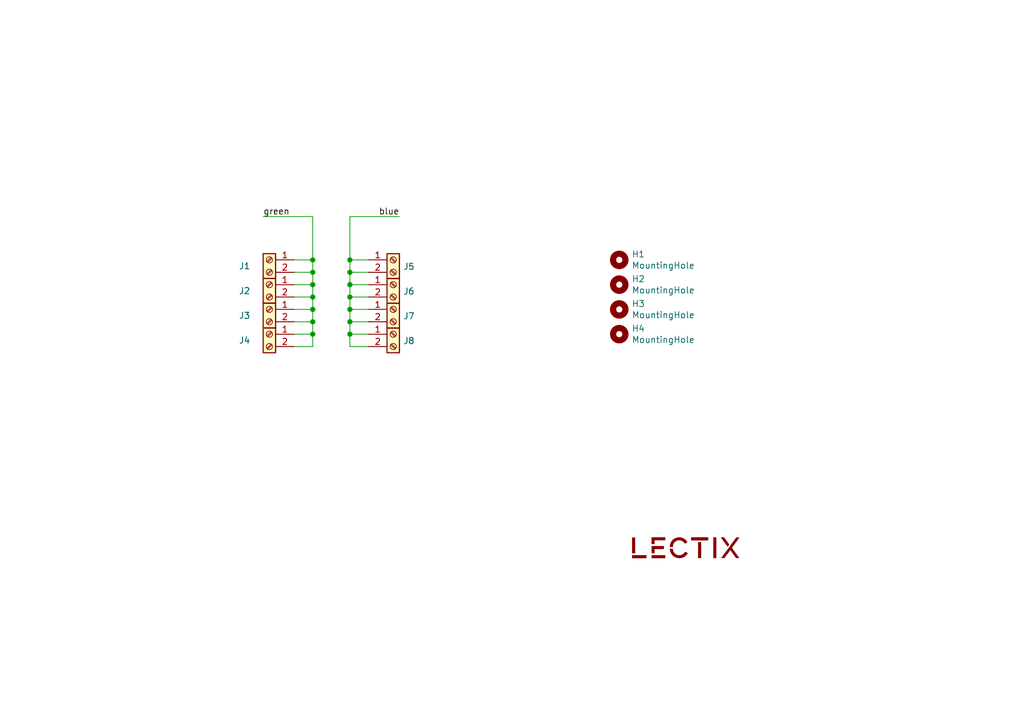
<source format=kicad_sch>
(kicad_sch (version 20211123) (generator eeschema)
  (paper "A5")
  (title_block (title "LEC030001 - Bornier de distribution sécable – 2 x 8 plots") (date "2023-04-19") (rev "1.0") (company "LECTIX"))
  (lib_symbols
    (symbol "0_connectors:Screw_Terminal_01x02_blue" (pin_names (offset 1.016) hide)
      (property "Reference" "J" (at 0 2.54 0))
      (symbol "Screw_Terminal_01x02_blue_1_1"
        (rectangle (start -1.27 1.27) (end 1.27 -3.81) (stroke (width 0.254)) (fill (type background)))
        (circle (center 0 -2.54) (radius 0.635) (stroke (width 0.1524)))
        (polyline (pts (xy -0.5334 -2.2098) (xy 0.3302 -3.048)) (stroke (width 0.1524)))
        (polyline (pts (xy -0.5334 0.3302) (xy 0.3302 -0.508)) (stroke (width 0.1524)))
        (polyline (pts (xy -0.3556 -2.032) (xy 0.508 -2.8702)) (stroke (width 0.1524)))
        (polyline (pts (xy -0.3556 0.508) (xy 0.508 -0.3302)) (stroke (width 0.1524)))
        (circle (center 0 0) (radius 0.635) (stroke (width 0.1524)))
        (pin passive line (at -5.08 0 0) (length 3.81) (name "Pin_1") (number "1"))
        (pin passive line (at -5.08 -2.54 0) (length 3.81) (name "Pin_2") (number "2"))
      )
    )
    (symbol "0_connectors:Screw_Terminal_01x02_green" (pin_names (offset 1.016) hide)
      (property "Reference" "J" (at 0 2.54 0))
      (symbol "Screw_Terminal_01x02_green_1_1"
        (rectangle (start -1.27 1.27) (end 1.27 -3.81) (stroke (width 0.254)) (fill (type background)))
        (circle (center 0 -2.54) (radius 0.635) (stroke (width 0.1524)))
        (polyline (pts (xy -0.5334 -2.2098) (xy 0.3302 -3.048)) (stroke (width 0.1524)))
        (polyline (pts (xy -0.5334 0.3302) (xy 0.3302 -0.508)) (stroke (width 0.1524)))
        (polyline (pts (xy -0.3556 -2.032) (xy 0.508 -2.8702)) (stroke (width 0.1524)))
        (polyline (pts (xy -0.3556 0.508) (xy 0.508 -0.3302)) (stroke (width 0.1524)))
        (circle (center 0 0) (radius 0.635) (stroke (width 0.1524)))
        (pin passive line (at -5.08 0 0) (length 3.81) (name "Pin_1") (number "1"))
        (pin passive line (at -5.08 -2.54 0) (length 3.81) (name "Pin_2") (number "2"))
      )
    )
    (symbol "0_logos:logo_lectix_25mm" (pin_names (offset 1.016))
      (symbol "logo_lectix_25mm_0_0"
        (polyline (pts (xy -10.1092 2.0574) (xy -10.668 2.0574) (xy -10.668 -1.1176) (xy -10.1092 -1.1176) (xy -10.1092 2.0574)) (stroke (width 0.0254)) (fill (type outline)))
        (polyline (pts (xy -7.7978 -1.5748) (xy -10.668 -1.5748) (xy -10.668 -2.1336) (xy -7.7978 -2.1336) (xy -7.7978 -1.5748)) (stroke (width 0.0254)) (fill (type outline)))
        (polyline (pts (xy -3.937 -1.5748) (xy -6.6548 -1.5748) (xy -6.6548 -2.1336) (xy -3.937 -2.1336) (xy -3.937 -1.5748)) (stroke (width 0.0254)) (fill (type outline)))
        (polyline (pts (xy 3.429 1.0922) (xy 2.8702 1.0922) (xy 2.8702 -2.1082) (xy 3.429 -2.1082) (xy 3.429 1.0922)) (stroke (width 0.0254)) (fill (type outline)))
        (polyline (pts (xy 4.8768 2.0828) (xy 1.4478 2.0828) (xy 1.4478 1.524) (xy 4.8768 1.524) (xy 4.8768 2.0828)) (stroke (width 0.0254)) (fill (type outline)))
        (polyline (pts (xy 6.5278 2.0828) (xy 5.9944 2.0828) (xy 5.9944 -2.1082) (xy 6.5278 -2.1082) (xy 6.5278 2.0828)) (stroke (width 0.0254)) (fill (type outline)))
        (polyline (pts (xy -6.1214 -0.254) (xy -4.2164 -0.254) (xy -4.2164 0.3048) (xy -6.6548 0.3048) (xy -6.6548 -1.1176) (xy -6.1214 -1.1176) (xy -6.1214 -0.254)) (stroke (width 0.0254)) (fill (type outline)))
        (polyline (pts (xy -6.1214 1.5494) (xy -3.937 1.5494) (xy -3.937 2.0828) (xy -6.6802 2.0828) (xy -6.6802 0.762) (xy -6.1214 0.762) (xy -6.1214 1.5494)) (stroke (width 0.0254)) (fill (type outline)))
        (polyline (pts (xy 8.9916 0.381) (xy 9.017 0.4318) (xy 9.0424 0.4572) (xy 9.0678 0.508) (xy 9.0932 0.5334) (xy 9.1186 0.5842) (xy 9.144 0.6096) (xy 9.144 0.635) (xy 9.1694 0.635) (xy 9.1694 0.6604) (xy 9.1186 0.7112) (xy 9.0678 0.8128) (xy 9.017 0.8636) (xy 8.9916 0.9144) (xy 8.9408 0.9906) (xy 8.89 1.0414) (xy 8.8392 1.1176) (xy 8.763 1.1938) (xy 8.7122 1.2954) (xy 8.6614 1.3716) (xy 8.128 2.0828) (xy 7.5692 2.0828) (xy 7.5692 2.0574) (xy 7.5946 2.0574) (xy 7.5946 2.032) (xy 7.6454 1.9812) (xy 7.6708 1.9304) (xy 7.7216 1.8796) (xy 7.747 1.8034) (xy 7.7978 1.7526) (xy 7.8994 1.6002) (xy 7.9756 1.524) (xy 8.0264 1.4478) (xy 8.1026 1.3462) (xy 8.1534 1.2446) (xy 8.2296 1.1684) (xy 8.255 1.1176) (xy 8.3312 1.0414) (xy 8.382 0.9398) (xy 8.4582 0.8636) (xy 8.509 0.762) (xy 8.5598 0.6858) (xy 8.6868 0.5588) (xy 8.7122 0.4826) (xy 8.763 0.4318) (xy 8.7884 0.381) (xy 8.8392 0.3556) (xy 8.8646 0.3048) (xy 8.8646 0.2794) (xy 8.89 0.2794) (xy 8.9916 0.381)) (stroke (width 0.0254)) (fill (type outline)))
        (polyline (pts (xy -2.3622 0.2794) (xy -2.3368 0.381) (xy -2.3368 0.508) (xy -2.3114 0.6096) (xy -2.286 0.6858) (xy -2.2352 0.8128) (xy -2.1844 0.9144) (xy -2.032 1.1176) (xy -1.9304 1.1938) (xy -1.8542 1.2954) (xy -1.7526 1.3462) (xy -1.6256 1.4224) (xy -1.524 1.4732) (xy -1.397 1.524) (xy -1.27 1.5494) (xy -0.8636 1.5494) (xy -0.762 1.524) (xy -0.635 1.4986) (xy -0.5334 1.4478) (xy -0.4064 1.397) (xy -0.3048 1.3462) (xy -0.2032 1.27) (xy -0.0508 1.1176) (xy 0.0508 0.9652) (xy 0.1016 0.9144) (xy 0.1016 0.889) (xy 0.127 0.8636) (xy 0.1778 0.8636) (xy 0.2286 0.9144) (xy 0.2794 0.9398) (xy 0.3048 0.9652) (xy 0.4064 1.016) (xy 0.4318 1.0414) (xy 0.4826 1.0668) (xy 0.5334 1.1176) (xy 0.5588 1.1176) (xy 0.5842 1.143) (xy 0.5842 1.1684) (xy 0.5588 1.1938) (xy 0.5588 1.2192) (xy 0.5334 1.2192) (xy 0.4572 1.3462) (xy 0.3556 1.4478) (xy 0.254 1.5748) (xy 0.1524 1.6764) (xy -0.2286 1.905) (xy -0.5334 2.0066) (xy -0.6604 2.0574) (xy -0.8128 2.0828) (xy -1.27 2.0828) (xy -1.3208 2.0574) (xy -1.4478 2.032) (xy -1.6002 2.0066) (xy -1.7272 1.9558) (xy -1.8034 1.9304) (xy -1.9558 1.8542) (xy -2.0828 1.778) (xy -2.1844 1.7018) (xy -2.3114 1.6002) (xy -2.413 1.4986) (xy -2.5146 1.3716) (xy -2.5908 1.27) (xy -2.7432 1.016) (xy -2.794 0.8636) (xy -2.8448 0.7366) (xy -2.8702 0.5842) (xy -2.8956 0.4572) (xy -2.8956 0.3048) (xy -2.921 0.1778) (xy -2.3622 0.1778) (xy -2.3622 0.2794)) (stroke (width 0.0254)) (fill (type outline)))
        (polyline (pts (xy -0.8636 -2.1082) (xy -0.6604 -2.1082) (xy -0.6096 -2.0828) (xy -0.4826 -2.0574) (xy -0.1778 -1.9558) (xy 0.0762 -1.8034) (xy 0.2032 -1.7018) (xy 0.3048 -1.6002) (xy 0.4318 -1.4986) (xy 0.5334 -1.3716) (xy 0.6096 -1.2446) (xy 0.635 -1.1938) (xy 0.6858 -1.143) (xy 0.6604 -1.1176) (xy 0.635 -1.1176) (xy 0.6096 -1.0922) (xy 0.5842 -1.0922) (xy 0.5588 -1.0668) (xy 0.3556 -0.9652) (xy 0.3302 -0.9398) (xy 0.2794 -0.9398) (xy 0.254 -0.9144) (xy 0.2032 -0.889) (xy 0.1778 -0.889) (xy 0.1778 -0.8636) (xy 0.1524 -0.889) (xy 0.1524 -0.9144) (xy 0.127 -0.9652) (xy -0.0254 -1.1684) (xy -0.3302 -1.397) (xy -0.4318 -1.4478) (xy -0.6858 -1.5494) (xy -0.7874 -1.5748) (xy -0.8382 -1.5748) (xy -0.9144 -1.6002) (xy -1.1684 -1.6002) (xy -1.27 -1.5748) (xy -1.397 -1.5494) (xy -1.651 -1.4478) (xy -1.7526 -1.3716) (xy -1.8542 -1.3208) (xy -1.8542 -1.2954) (xy -1.9558 -1.2192) (xy -2.0574 -1.1176) (xy -2.1336 -1.016) (xy -2.1844 -0.9144) (xy -2.2606 -0.8128) (xy -2.286 -0.6858) (xy -2.3368 -0.5588) (xy -2.3622 -0.4572) (xy -2.3622 -0.254) (xy -2.921 -0.254) (xy -2.921 -0.4318) (xy -2.8956 -0.4572) (xy -2.8956 -0.6096) (xy -2.8448 -0.762) (xy -2.794 -0.889) (xy -2.7432 -1.0414) (xy -2.5908 -1.2954) (xy -2.3876 -1.5494) (xy -2.3368 -1.5748) (xy -2.286 -1.651) (xy -2.2098 -1.7018) (xy -2.159 -1.7526) (xy -2.0828 -1.8034) (xy -2.0574 -1.8034) (xy -1.8034 -1.9558) (xy -1.651 -2.0066) (xy -1.524 -2.0574) (xy -1.3716 -2.0828) (xy -1.2446 -2.1082) (xy -1.1938 -2.1082) (xy -1.1684 -2.1336) (xy -0.9144 -2.1336) (xy -0.8636 -2.1082)) (stroke (width 0.0254)) (fill (type outline)))
        (polyline (pts (xy 11.2014 -2.0574) (xy 11.1506 -2.0066) (xy 11.1252 -1.9558) (xy 11.0236 -1.8542) (xy 10.8204 -1.5494) (xy 10.7442 -1.4478) (xy 10.6934 -1.3716) (xy 10.4648 -1.0668) (xy 10.4394 -1.016) (xy 10.287 -0.8128) (xy 10.2362 -0.7366) (xy 10.16 -0.635) (xy 10.1092 -0.5588) (xy 10.033 -0.4826) (xy 9.8806 -0.254) (xy 9.8552 -0.2032) (xy 9.8044 -0.1524) (xy 9.779 -0.1016) (xy 9.7536 -0.0762) (xy 9.7536 -0.0508) (xy 9.7282 -0.0508) (xy 9.7282 -0.0254) (xy 9.779 0.0254) (xy 9.8044 0.0762) (xy 9.8298 0.1016) (xy 9.8806 0.1778) (xy 9.906 0.2286) (xy 9.9568 0.3048) (xy 10.033 0.381) (xy 10.1346 0.5334) (xy 10.2108 0.6096) (xy 10.2616 0.7112) (xy 10.4902 1.016) (xy 11.2522 2.0574) (xy 10.668 2.0574) (xy 10.668 2.032) (xy 10.6426 2.0066) (xy 10.5918 1.905) (xy 10.4902 1.8034) (xy 10.3886 1.651) (xy 10.3124 1.5748) (xy 10.2616 1.4732) (xy 10.033 1.1684) (xy 9.9314 1.0414) (xy 9.8552 0.9398) (xy 9.7536 0.8128) (xy 9.6774 0.6858) (xy 9.5758 0.5334) (xy 9.4742 0.4064) (xy 9.3726 0.254) (xy 9.271 0.127) (xy 9.1694 -0.0254) (xy 7.6454 -2.0828) (xy 8.2296 -2.0828) (xy 8.255 -2.0574) (xy 8.255 -2.032) (xy 8.3058 -1.9812) (xy 8.3312 -1.9304) (xy 8.382 -1.8796) (xy 8.4074 -1.8288) (xy 8.5598 -1.6002) (xy 8.636 -1.524) (xy 8.6868 -1.4478) (xy 8.763 -1.3462) (xy 8.8392 -1.27) (xy 8.89 -1.1938) (xy 8.9408 -1.0922) (xy 9.017 -1.016) (xy 9.2202 -0.7112) (xy 9.3218 -0.6096) (xy 9.3726 -0.508) (xy 9.4234 -0.4572) (xy 9.4234 -0.4318) (xy 9.4488 -0.4318) (xy 9.4488 -0.4572) (xy 9.525 -0.5334) (xy 9.5504 -0.5842) (xy 9.6012 -0.635) (xy 9.6266 -0.7112) (xy 9.6774 -0.762) (xy 9.779 -0.9144) (xy 9.8552 -0.9906) (xy 9.906 -1.0922) (xy 9.9822 -1.1684) (xy 10.033 -1.27) (xy 10.6426 -2.1082) (xy 11.2014 -2.1082) (xy 11.2014 -2.0574)) (stroke (width 0.0254)) (fill (type outline)))
      )
    )
    (symbol "Mechanical:MountingHole" (pin_names (offset 1.016))
      (property "Reference" "H" (at 0 5.08 0))
      (property "Value" "MountingHole" (at 0 3.175 0))
      (symbol "MountingHole_0_1"
        (circle (center 0 0) (radius 1.27) (stroke (width 1.27)))
      )
    )
    (symbol "Screw_Terminal_01x02_blue_1" (pin_names (offset 1.016) hide)
      (property "Reference" "J" (at 0 2.54 0))
      (symbol "Screw_Terminal_01x02_blue_1_1_1"
        (rectangle (start -1.27 1.27) (end 1.27 -3.81) (stroke (width 0.254)) (fill (type background)))
        (circle (center 0 -2.54) (radius 0.635) (stroke (width 0.1524)))
        (polyline (pts (xy -0.5334 -2.2098) (xy 0.3302 -3.048)) (stroke (width 0.1524)))
        (polyline (pts (xy -0.5334 0.3302) (xy 0.3302 -0.508)) (stroke (width 0.1524)))
        (polyline (pts (xy -0.3556 -2.032) (xy 0.508 -2.8702)) (stroke (width 0.1524)))
        (polyline (pts (xy -0.3556 0.508) (xy 0.508 -0.3302)) (stroke (width 0.1524)))
        (circle (center 0 0) (radius 0.635) (stroke (width 0.1524)))
        (pin passive line (at -5.08 0 0) (length 3.81) (name "Pin_1") (number "1"))
        (pin passive line (at -5.08 -2.54 0) (length 3.81) (name "Pin_2") (number "2"))
      )
    )
  )
  (junction (at 64.135 66.04))
  (junction (at 64.135 63.5))
  (junction (at 71.755 53.34))
  (junction (at 71.755 63.5))
  (junction (at 71.755 66.04))
  (junction (at 71.755 60.96))
  (junction (at 71.755 55.88))
  (junction (at 71.755 58.42))
  (junction (at 64.135 55.88))
  (junction (at 64.135 68.58))
  (junction (at 64.135 58.42))
  (junction (at 64.135 60.96))
  (junction (at 64.135 53.34))
  (junction (at 71.755 68.58))
  (wire (pts (xy 60.325 68.58) (xy 64.135 68.58)))
  (wire (pts (xy 75.565 60.96) (xy 71.755 60.96)))
  (wire (pts (xy 60.325 60.96) (xy 64.135 60.96)))
  (wire (pts (xy 64.135 44.45) (xy 64.135 53.34)))
  (wire (pts (xy 60.325 55.88) (xy 64.135 55.88)))
  (wire (pts (xy 64.135 66.04) (xy 64.135 68.58)))
  (wire (pts (xy 75.565 68.58) (xy 71.755 68.58)))
  (wire (pts (xy 60.325 58.42) (xy 64.135 58.42)))
  (wire (pts (xy 75.565 53.34) (xy 71.755 53.34)))
  (wire (pts (xy 75.565 71.12) (xy 71.755 71.12)))
  (wire (pts (xy 71.755 68.58) (xy 71.755 66.04)))
  (wire (pts (xy 60.325 63.5) (xy 64.135 63.5)))
  (wire (pts (xy 64.135 55.88) (xy 64.135 58.42)))
  (wire (pts (xy 71.755 58.42) (xy 71.755 55.88)))
  (wire (pts (xy 71.755 63.5) (xy 71.755 60.96)))
  (wire (pts (xy 53.975 44.45) (xy 64.135 44.45)))
  (wire (pts (xy 64.135 58.42) (xy 64.135 60.96)))
  (wire (pts (xy 60.325 53.34) (xy 64.135 53.34)))
  (wire (pts (xy 64.135 63.5) (xy 64.135 66.04)))
  (wire (pts (xy 64.135 60.96) (xy 64.135 63.5)))
  (wire (pts (xy 71.755 44.45) (xy 81.915 44.45)))
  (wire (pts (xy 64.135 68.58) (xy 64.135 71.12)))
  (wire (pts (xy 71.755 53.34) (xy 71.755 44.45)))
  (wire (pts (xy 75.565 63.5) (xy 71.755 63.5)))
  (wire (pts (xy 71.755 71.12) (xy 71.755 68.58)))
  (wire (pts (xy 64.135 71.12) (xy 60.325 71.12)))
  (wire (pts (xy 75.565 58.42) (xy 71.755 58.42)))
  (wire (pts (xy 75.565 66.04) (xy 71.755 66.04)))
  (wire (pts (xy 71.755 55.88) (xy 71.755 53.34)))
  (wire (pts (xy 64.135 53.34) (xy 64.135 55.88)))
  (wire (pts (xy 71.755 66.04) (xy 71.755 63.5)))
  (wire (pts (xy 75.565 55.88) (xy 71.755 55.88)))
  (wire (pts (xy 60.325 66.04) (xy 64.135 66.04)))
  (wire (pts (xy 71.755 60.96) (xy 71.755 58.42)))
  (label "blue" (at 81.915 44.45 180))
  (label "green" (at 53.975 44.45 0))
  (symbol (lib_id "0_logos:logo_lectix_25mm") (at 140.335 112.395 0) (unit 1)
    (property "Reference" "LOGO1" (effects hide))
    (property "Value" "logo_lectix_25mm" (effects hide))
    (property "Footprint" "0_logos:Logo_10mm" (effects hide))
  )
  (symbol (lib_name "Screw_Terminal_01x02_blue_1") (lib_id "0_connectors:Screw_Terminal_01x02_blue") (at 80.645 53.34 0) (unit 1)
    (property "Reference" "J5" (at 82.677 54.7116 0) (effects (justify left)))
    (property "Value" "Screw_Terminal_01x02_blue" (effects hide))
    (property "Footprint" "0_connectors:TerminalBlock_bornier-2_P5.08mm-blue" (effects hide))
    (property "Datasheet" "https://datasheet.lcsc.com/szlcsc/1912111437_DIBO-DB301V-5-0-2P-BU-S_C395882.pdf" (effects hide))
    (property "LCSC" "C430621" (effects hide))
    (property "MPN" "DB301V-5.0-2P-BU-P" (effects hide))
    (property "Supplier" "LCSC" (effects hide))
    (property "Mfr" "DIBO" (effects hide))
    (property "JLCPCB_CORRECTION" "0;0;180" (effects hide))
  )
  (symbol (lib_id "0_connectors:Screw_Terminal_01x02_green") (at 55.245 53.34 0) (mirror y) (unit 1)
    (property "Reference" "J1" (at 50.165 54.61 0))
    (property "Value" "Screw_Terminal_01x02_green" (effects hide))
    (property "Footprint" "0_connectors:TerminalBlock_bornier-2_P5.08mm-green" (effects hide))
    (property "Datasheet" "https://datasheet.lcsc.com/szlcsc/1912111437_DIBO-DB126V-5-0-2P-GN_C395849.pdf" (effects hide))
    (property "LCSC" "C395849" (effects hide))
    (property "MPN" "DB126V-5.0-2P-GN" (effects hide))
    (property "Supplier" "LCSC" (effects hide))
    (property "Mfr" "DIBO" (effects hide))
  )
  (symbol (lib_id "0_connectors:Screw_Terminal_01x02_blue") (at 80.645 58.42 0) (unit 1)
    (property "Reference" "J6" (at 82.677 59.7916 0) (effects (justify left)))
    (property "Value" "Screw_Terminal_01x02_blue" (effects hide))
    (property "Footprint" "0_connectors:TerminalBlock_bornier-2_P5.08mm-blue" (effects hide))
    (property "Datasheet" "https://datasheet.lcsc.com/szlcsc/1912111437_DIBO-DB301V-5-0-2P-BU-S_C395882.pdf" (effects hide))
    (property "LCSC" "C430621" (effects hide))
    (property "MPN" "DB301V-5.0-2P-BU-P" (effects hide))
    (property "Supplier" "LCSC" (effects hide))
    (property "Mfr" "DIBO" (effects hide))
    (property "JLCPCB_CORRECTION" "0;0;180" (effects hide))
  )
  (symbol (lib_id "0_connectors:Screw_Terminal_01x02_blue") (at 80.645 63.5 0) (unit 1)
    (property "Reference" "J7" (at 82.677 64.8716 0) (effects (justify left)))
    (property "Value" "Screw_Terminal_01x02_blue" (effects hide))
    (property "Footprint" "0_connectors:TerminalBlock_bornier-2_P5.08mm-blue" (effects hide))
    (property "Datasheet" "https://datasheet.lcsc.com/szlcsc/1912111437_DIBO-DB301V-5-0-2P-BU-S_C395882.pdf" (effects hide))
    (property "LCSC" "C430621" (effects hide))
    (property "MPN" "DB301V-5.0-2P-BU-P" (effects hide))
    (property "Supplier" "LCSC" (effects hide))
    (property "Mfr" "DIBO" (effects hide))
    (property "JLCPCB_CORRECTION" "0;0;180" (effects hide))
  )
  (symbol (lib_id "0_connectors:Screw_Terminal_01x02_blue") (at 80.645 68.58 0) (unit 1)
    (property "Reference" "J8" (at 82.677 69.9516 0) (effects (justify left)))
    (property "Value" "Screw_Terminal_01x02_blue" (effects hide))
    (property "Footprint" "0_connectors:TerminalBlock_bornier-2_P5.08mm-blue" (effects hide))
    (property "Datasheet" "https://datasheet.lcsc.com/szlcsc/1912111437_DIBO-DB301V-5-0-2P-BU-S_C395882.pdf" (effects hide))
    (property "LCSC" "C430621" (effects hide))
    (property "MPN" "DB301V-5.0-2P-BU-P" (effects hide))
    (property "Supplier" "LCSC" (effects hide))
    (property "Mfr" "DIBO" (effects hide))
    (property "JLCPCB_CORRECTION" "0;0;180" (effects hide))
  )
  (symbol (lib_id "0_connectors:Screw_Terminal_01x02_green") (at 55.245 58.42 0) (mirror y) (unit 1)
    (property "Reference" "J2" (at 50.165 59.69 0))
    (property "Value" "Screw_Terminal_01x02_green" (effects hide))
    (property "Footprint" "0_connectors:TerminalBlock_bornier-2_P5.08mm-green" (effects hide))
    (property "Datasheet" "https://datasheet.lcsc.com/szlcsc/1912111437_DIBO-DB126V-5-0-2P-GN_C395849.pdf" (effects hide))
    (property "LCSC" "C395849" (effects hide))
    (property "MPN" "DB126V-5.0-2P-GN" (effects hide))
    (property "Supplier" "LCSC" (effects hide))
    (property "Mfr" "DIBO" (effects hide))
  )
  (symbol (lib_id "0_connectors:Screw_Terminal_01x02_green") (at 55.245 63.5 0) (mirror y) (unit 1)
    (property "Reference" "J3" (at 50.165 64.77 0))
    (property "Value" "Screw_Terminal_01x02_green" (effects hide))
    (property "Footprint" "0_connectors:TerminalBlock_bornier-2_P5.08mm-green" (effects hide))
    (property "Datasheet" "https://datasheet.lcsc.com/szlcsc/1912111437_DIBO-DB126V-5-0-2P-GN_C395849.pdf" (effects hide))
    (property "LCSC" "C395849" (effects hide))
    (property "MPN" "DB126V-5.0-2P-GN" (effects hide))
    (property "Supplier" "LCSC" (effects hide))
    (property "Mfr" "DIBO" (effects hide))
  )
  (symbol (lib_id "0_connectors:Screw_Terminal_01x02_green") (at 55.245 68.58 0) (mirror y) (unit 1)
    (property "Reference" "J4" (at 50.165 69.85 0))
    (property "Value" "Screw_Terminal_01x02_green" (effects hide))
    (property "Footprint" "0_connectors:TerminalBlock_bornier-2_P5.08mm-green" (effects hide))
    (property "Datasheet" "https://datasheet.lcsc.com/szlcsc/1912111437_DIBO-DB126V-5-0-2P-GN_C395849.pdf" (effects hide))
    (property "LCSC" "C395849" (effects hide))
    (property "MPN" "DB126V-5.0-2P-GN" (effects hide))
    (property "Supplier" "LCSC" (effects hide))
    (property "Mfr" "DIBO" (effects hide))
  )
  (symbol (lib_id "Mechanical:MountingHole") (at 127 53.34 0) (unit 1)
    (property "Reference" "H1" (at 129.54 52.1716 0) (effects (justify left)))
    (property "Value" "MountingHole" (at 129.54 54.483 0) (effects (justify left)))
    (property "Footprint" "0_mechanical:MountingHole_3.2mm_M3" (effects hide))
  )
  (symbol (lib_id "Mechanical:MountingHole") (at 127 58.42 0) (unit 1)
    (property "Reference" "H2" (at 129.54 57.2516 0) (effects (justify left)))
    (property "Value" "MountingHole" (at 129.54 59.563 0) (effects (justify left)))
    (property "Footprint" "0_mechanical:MountingHole_3.2mm_M3" (effects hide))
  )
  (symbol (lib_id "Mechanical:MountingHole") (at 127 63.5 0) (unit 1)
    (property "Reference" "H3" (at 129.54 62.3316 0) (effects (justify left)))
    (property "Value" "MountingHole" (at 129.54 64.643 0) (effects (justify left)))
    (property "Footprint" "0_mechanical:MountingHole_3.2mm_M3" (effects hide))
  )
  (symbol (lib_id "Mechanical:MountingHole") (at 127 68.58 0) (unit 1)
    (property "Reference" "H4" (at 129.54 67.4116 0) (effects (justify left)))
    (property "Value" "MountingHole" (at 129.54 69.723 0) (effects (justify left)))
    (property "Footprint" "0_mechanical:MountingHole_3.2mm_M3" (effects hide))
  )
)
</source>
